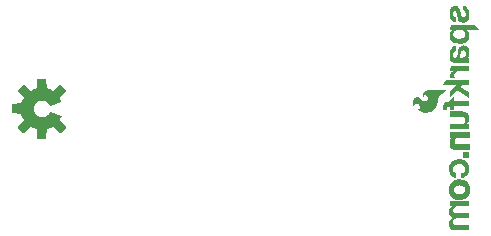
<source format=gbr>
G04 EAGLE Gerber RS-274X export*
G75*
%MOMM*%
%FSLAX34Y34*%
%LPD*%
%INSilkscreen Bottom*%
%IPPOS*%
%AMOC8*
5,1,8,0,0,1.08239X$1,22.5*%
G01*
%ADD10C,0.025400*%
%ADD11R,0.485100X0.495300*%

G36*
X100945Y241155D02*
X100945Y241155D01*
X101052Y241168D01*
X101064Y241174D01*
X101078Y241176D01*
X101174Y241228D01*
X101271Y241275D01*
X101281Y241285D01*
X101293Y241291D01*
X101367Y241371D01*
X101444Y241447D01*
X101450Y241459D01*
X101460Y241470D01*
X101505Y241568D01*
X101553Y241666D01*
X101557Y241683D01*
X101561Y241692D01*
X101563Y241713D01*
X101582Y241810D01*
X102352Y249389D01*
X104596Y250107D01*
X104614Y250116D01*
X104710Y250155D01*
X106805Y251233D01*
X112709Y246419D01*
X112803Y246365D01*
X112895Y246308D01*
X112908Y246305D01*
X112920Y246298D01*
X113027Y246277D01*
X113132Y246252D01*
X113146Y246254D01*
X113160Y246251D01*
X113267Y246266D01*
X113375Y246276D01*
X113388Y246282D01*
X113402Y246284D01*
X113499Y246332D01*
X113598Y246377D01*
X113611Y246388D01*
X113620Y246392D01*
X113635Y246407D01*
X113712Y246470D01*
X118020Y250778D01*
X118083Y250866D01*
X118149Y250952D01*
X118154Y250965D01*
X118162Y250977D01*
X118193Y251080D01*
X118229Y251183D01*
X118229Y251197D01*
X118233Y251210D01*
X118229Y251318D01*
X118230Y251427D01*
X118225Y251440D01*
X118225Y251454D01*
X118187Y251555D01*
X118152Y251658D01*
X118143Y251673D01*
X118139Y251682D01*
X118125Y251699D01*
X118071Y251782D01*
X113257Y257685D01*
X114336Y259779D01*
X114353Y259832D01*
X114379Y259881D01*
X114390Y259947D01*
X114411Y260011D01*
X114410Y260067D01*
X114419Y260121D01*
X114408Y260188D01*
X114407Y260255D01*
X114389Y260307D01*
X114380Y260362D01*
X114348Y260421D01*
X114326Y260485D01*
X114291Y260529D01*
X114265Y260578D01*
X114216Y260623D01*
X114174Y260676D01*
X114127Y260707D01*
X114087Y260745D01*
X113982Y260801D01*
X113969Y260809D01*
X113964Y260810D01*
X113957Y260814D01*
X105295Y264402D01*
X105190Y264427D01*
X105086Y264455D01*
X105071Y264454D01*
X105057Y264458D01*
X104950Y264447D01*
X104842Y264441D01*
X104829Y264435D01*
X104814Y264434D01*
X104716Y264389D01*
X104616Y264349D01*
X104605Y264339D01*
X104592Y264333D01*
X104513Y264260D01*
X104432Y264189D01*
X104421Y264173D01*
X104414Y264166D01*
X104403Y264147D01*
X104349Y264066D01*
X103623Y262723D01*
X102688Y261616D01*
X101546Y260723D01*
X100246Y260081D01*
X98842Y259719D01*
X97394Y259652D01*
X95963Y259881D01*
X94608Y260398D01*
X93388Y261181D01*
X92354Y262196D01*
X91548Y263402D01*
X91006Y264746D01*
X90750Y266173D01*
X90791Y267622D01*
X91127Y269032D01*
X91743Y270344D01*
X92615Y271502D01*
X93705Y272458D01*
X94967Y273171D01*
X96348Y273611D01*
X97792Y273760D01*
X99167Y273625D01*
X100492Y273223D01*
X101712Y272570D01*
X102782Y271692D01*
X103660Y270623D01*
X104347Y269337D01*
X104414Y269250D01*
X104478Y269161D01*
X104488Y269153D01*
X104496Y269143D01*
X104587Y269082D01*
X104676Y269018D01*
X104688Y269015D01*
X104699Y269008D01*
X104805Y268979D01*
X104909Y268947D01*
X104922Y268948D01*
X104934Y268944D01*
X105044Y268952D01*
X105153Y268955D01*
X105169Y268960D01*
X105178Y268960D01*
X105197Y268968D01*
X105295Y268998D01*
X113957Y272586D01*
X114004Y272615D01*
X114056Y272636D01*
X114107Y272679D01*
X114164Y272715D01*
X114199Y272758D01*
X114242Y272794D01*
X114276Y272851D01*
X114319Y272903D01*
X114338Y272955D01*
X114367Y273003D01*
X114381Y273069D01*
X114405Y273132D01*
X114407Y273187D01*
X114418Y273242D01*
X114411Y273308D01*
X114413Y273375D01*
X114397Y273429D01*
X114390Y273484D01*
X114346Y273595D01*
X114342Y273609D01*
X114339Y273613D01*
X114336Y273621D01*
X113257Y275715D01*
X118071Y281619D01*
X118125Y281713D01*
X118182Y281805D01*
X118185Y281818D01*
X118192Y281830D01*
X118213Y281937D01*
X118238Y282042D01*
X118236Y282056D01*
X118239Y282070D01*
X118224Y282177D01*
X118214Y282285D01*
X118208Y282298D01*
X118206Y282312D01*
X118158Y282409D01*
X118113Y282508D01*
X118102Y282521D01*
X118098Y282530D01*
X118083Y282545D01*
X118020Y282622D01*
X113712Y286930D01*
X113624Y286993D01*
X113538Y287059D01*
X113525Y287064D01*
X113513Y287072D01*
X113410Y287103D01*
X113307Y287139D01*
X113293Y287139D01*
X113280Y287143D01*
X113172Y287139D01*
X113063Y287140D01*
X113050Y287135D01*
X113036Y287135D01*
X112935Y287097D01*
X112832Y287062D01*
X112817Y287053D01*
X112808Y287049D01*
X112791Y287035D01*
X112709Y286981D01*
X106805Y282167D01*
X104710Y283245D01*
X104691Y283252D01*
X104596Y283293D01*
X102352Y284011D01*
X101582Y291590D01*
X101554Y291694D01*
X101529Y291800D01*
X101522Y291812D01*
X101519Y291825D01*
X101458Y291915D01*
X101401Y292008D01*
X101390Y292016D01*
X101382Y292028D01*
X101296Y292094D01*
X101212Y292163D01*
X101199Y292167D01*
X101188Y292176D01*
X101085Y292210D01*
X100984Y292249D01*
X100966Y292250D01*
X100957Y292254D01*
X100936Y292253D01*
X100837Y292263D01*
X94743Y292263D01*
X94635Y292246D01*
X94528Y292232D01*
X94516Y292226D01*
X94502Y292224D01*
X94406Y292172D01*
X94309Y292125D01*
X94299Y292115D01*
X94287Y292109D01*
X94213Y292029D01*
X94136Y291953D01*
X94130Y291941D01*
X94120Y291931D01*
X94075Y291832D01*
X94027Y291734D01*
X94023Y291717D01*
X94019Y291708D01*
X94017Y291687D01*
X93998Y291590D01*
X93228Y284011D01*
X90984Y283293D01*
X90966Y283284D01*
X90870Y283245D01*
X88775Y282167D01*
X82872Y286981D01*
X82777Y287035D01*
X82685Y287092D01*
X82672Y287095D01*
X82660Y287102D01*
X82553Y287123D01*
X82448Y287148D01*
X82434Y287146D01*
X82420Y287149D01*
X82313Y287134D01*
X82205Y287124D01*
X82192Y287118D01*
X82179Y287116D01*
X82081Y287068D01*
X81982Y287023D01*
X81969Y287012D01*
X81960Y287008D01*
X81945Y286993D01*
X81868Y286930D01*
X77560Y282622D01*
X77497Y282534D01*
X77431Y282448D01*
X77426Y282435D01*
X77418Y282423D01*
X77387Y282320D01*
X77351Y282217D01*
X77351Y282203D01*
X77347Y282190D01*
X77351Y282082D01*
X77350Y281973D01*
X77355Y281960D01*
X77355Y281946D01*
X77393Y281845D01*
X77428Y281742D01*
X77437Y281727D01*
X77441Y281718D01*
X77455Y281701D01*
X77509Y281619D01*
X82323Y275715D01*
X81245Y273620D01*
X81238Y273601D01*
X81197Y273506D01*
X80479Y271262D01*
X72900Y270492D01*
X72796Y270464D01*
X72690Y270439D01*
X72678Y270432D01*
X72665Y270429D01*
X72575Y270368D01*
X72482Y270311D01*
X72474Y270300D01*
X72462Y270292D01*
X72396Y270206D01*
X72328Y270122D01*
X72323Y270109D01*
X72314Y270098D01*
X72280Y269995D01*
X72241Y269894D01*
X72240Y269876D01*
X72236Y269867D01*
X72237Y269846D01*
X72227Y269747D01*
X72227Y263653D01*
X72245Y263545D01*
X72258Y263438D01*
X72264Y263426D01*
X72266Y263412D01*
X72318Y263316D01*
X72365Y263219D01*
X72375Y263209D01*
X72381Y263197D01*
X72461Y263123D01*
X72537Y263046D01*
X72549Y263040D01*
X72560Y263030D01*
X72658Y262985D01*
X72756Y262937D01*
X72773Y262933D01*
X72782Y262929D01*
X72803Y262927D01*
X72900Y262908D01*
X80479Y262138D01*
X81197Y259894D01*
X81206Y259876D01*
X81245Y259780D01*
X82323Y257685D01*
X77509Y251782D01*
X77455Y251687D01*
X77398Y251595D01*
X77395Y251582D01*
X77388Y251570D01*
X77367Y251463D01*
X77342Y251358D01*
X77344Y251344D01*
X77341Y251330D01*
X77356Y251223D01*
X77366Y251115D01*
X77372Y251102D01*
X77374Y251089D01*
X77422Y250991D01*
X77467Y250892D01*
X77478Y250879D01*
X77482Y250870D01*
X77497Y250855D01*
X77560Y250778D01*
X81868Y246470D01*
X81956Y246407D01*
X82042Y246341D01*
X82055Y246336D01*
X82067Y246328D01*
X82170Y246297D01*
X82273Y246261D01*
X82287Y246261D01*
X82300Y246257D01*
X82408Y246261D01*
X82517Y246260D01*
X82530Y246265D01*
X82544Y246265D01*
X82645Y246303D01*
X82748Y246338D01*
X82763Y246347D01*
X82772Y246351D01*
X82789Y246365D01*
X82872Y246419D01*
X88775Y251233D01*
X90870Y250155D01*
X90889Y250148D01*
X90984Y250107D01*
X93228Y249389D01*
X93998Y241810D01*
X94026Y241706D01*
X94051Y241600D01*
X94058Y241588D01*
X94061Y241575D01*
X94122Y241485D01*
X94179Y241392D01*
X94190Y241384D01*
X94198Y241372D01*
X94284Y241306D01*
X94368Y241238D01*
X94381Y241233D01*
X94392Y241224D01*
X94495Y241190D01*
X94596Y241151D01*
X94614Y241150D01*
X94623Y241146D01*
X94644Y241147D01*
X94743Y241137D01*
X100837Y241137D01*
X100945Y241155D01*
G37*
G36*
X423296Y263445D02*
X423296Y263445D01*
X423308Y263442D01*
X425215Y263730D01*
X425225Y263736D01*
X425237Y263736D01*
X427061Y264364D01*
X427070Y264371D01*
X427082Y264373D01*
X428763Y265320D01*
X428769Y265328D01*
X428780Y265331D01*
X429887Y266216D01*
X429891Y266224D01*
X429900Y266228D01*
X429927Y266256D01*
X430403Y266761D01*
X430872Y267259D01*
X430874Y267265D01*
X430876Y267266D01*
X430878Y267269D01*
X430883Y267273D01*
X431700Y268430D01*
X431702Y268440D01*
X431710Y268448D01*
X432310Y269678D01*
X432311Y269689D01*
X432319Y269699D01*
X432687Y271018D01*
X432685Y271029D01*
X432691Y271040D01*
X432815Y272404D01*
X432814Y272407D01*
X432814Y272408D01*
X432813Y272410D01*
X432815Y272415D01*
X432815Y274690D01*
X432880Y275058D01*
X433007Y275409D01*
X433596Y276399D01*
X434378Y277253D01*
X439860Y282125D01*
X439862Y282129D01*
X439867Y282131D01*
X439883Y282173D01*
X439902Y282214D01*
X439900Y282218D01*
X439902Y282223D01*
X439883Y282264D01*
X439868Y282306D01*
X439863Y282308D01*
X439861Y282312D01*
X439788Y282341D01*
X439777Y282345D01*
X439776Y282345D01*
X424612Y282345D01*
X424607Y282343D01*
X424601Y282345D01*
X423770Y282275D01*
X423759Y282269D01*
X423744Y282270D01*
X422945Y282030D01*
X422935Y282022D01*
X422921Y282020D01*
X422189Y281619D01*
X422181Y281609D01*
X422168Y281604D01*
X421618Y281134D01*
X421613Y281123D01*
X421601Y281116D01*
X421156Y280546D01*
X421153Y280534D01*
X421143Y280524D01*
X420822Y279876D01*
X420821Y279864D01*
X420813Y279852D01*
X420629Y279153D01*
X420631Y279142D01*
X420625Y279131D01*
X420552Y278191D01*
X420555Y278182D01*
X420552Y278171D01*
X420625Y277231D01*
X420627Y277227D01*
X420626Y277221D01*
X420702Y276738D01*
X420727Y276699D01*
X420748Y276659D01*
X420752Y276658D01*
X420754Y276655D01*
X420799Y276645D01*
X420843Y276633D01*
X420847Y276635D01*
X420851Y276634D01*
X420889Y276659D01*
X420928Y276683D01*
X420929Y276687D01*
X420933Y276689D01*
X420941Y276730D01*
X420953Y276770D01*
X420937Y276928D01*
X420965Y277066D01*
X421036Y277199D01*
X421635Y278023D01*
X421733Y278124D01*
X421749Y278141D01*
X421887Y278213D01*
X422302Y278306D01*
X422730Y278306D01*
X423146Y278213D01*
X423550Y278007D01*
X423878Y277694D01*
X424243Y277088D01*
X424450Y276410D01*
X424485Y275699D01*
X424388Y275089D01*
X424190Y274503D01*
X423897Y273960D01*
X423532Y273535D01*
X423072Y273220D01*
X422547Y273034D01*
X421991Y272991D01*
X421443Y273093D01*
X420940Y273333D01*
X420505Y273703D01*
X418964Y275156D01*
X418954Y275159D01*
X418948Y275168D01*
X417190Y276355D01*
X417177Y276357D01*
X417167Y276367D01*
X416479Y276647D01*
X416464Y276646D01*
X416449Y276655D01*
X415714Y276754D01*
X415699Y276750D01*
X415682Y276755D01*
X414945Y276668D01*
X414932Y276660D01*
X414914Y276660D01*
X414222Y276393D01*
X414211Y276382D01*
X414194Y276378D01*
X413591Y275947D01*
X413584Y275937D01*
X413572Y275931D01*
X413424Y275775D01*
X413424Y275774D01*
X413185Y275522D01*
X412947Y275270D01*
X412946Y275270D01*
X412914Y275235D01*
X412911Y275227D01*
X412903Y275222D01*
X412343Y274445D01*
X412340Y274435D01*
X412332Y274427D01*
X411944Y273647D01*
X411943Y273635D01*
X411935Y273624D01*
X411704Y272784D01*
X411705Y272772D01*
X411699Y272760D01*
X411633Y271892D01*
X411637Y271882D01*
X411633Y271870D01*
X411719Y270970D01*
X411723Y270961D01*
X411722Y270951D01*
X411942Y270073D01*
X411948Y270065D01*
X411949Y270053D01*
X412050Y269825D01*
X412202Y269469D01*
X412202Y269468D01*
X412423Y268964D01*
X412434Y268954D01*
X412439Y268937D01*
X412777Y268502D01*
X412784Y268499D01*
X412788Y268491D01*
X412813Y268466D01*
X412814Y268463D01*
X412906Y268428D01*
X412995Y268469D01*
X413028Y268554D01*
X413028Y269157D01*
X413086Y269668D01*
X413224Y270158D01*
X413479Y270639D01*
X413849Y271034D01*
X414309Y271320D01*
X414828Y271477D01*
X415131Y271489D01*
X415431Y271430D01*
X415925Y271224D01*
X416383Y270941D01*
X416793Y270590D01*
X417147Y270178D01*
X417798Y269276D01*
X418047Y268788D01*
X418145Y268259D01*
X418087Y267720D01*
X418022Y267546D01*
X417773Y267185D01*
X417434Y266911D01*
X417332Y266867D01*
X417211Y266851D01*
X416331Y266851D01*
X416290Y266834D01*
X416248Y266820D01*
X416246Y266815D01*
X416240Y266813D01*
X416224Y266772D01*
X416205Y266732D01*
X416207Y266726D01*
X416205Y266721D01*
X416217Y266694D01*
X416233Y266645D01*
X417154Y265519D01*
X417166Y265513D01*
X417173Y265501D01*
X418310Y264594D01*
X418321Y264591D01*
X418329Y264582D01*
X419263Y264080D01*
X419273Y264079D01*
X419281Y264073D01*
X420279Y263715D01*
X420288Y263715D01*
X420297Y263710D01*
X421336Y263503D01*
X421347Y263505D01*
X421357Y263501D01*
X423285Y263441D01*
X423296Y263445D01*
G37*
G36*
X453346Y321971D02*
X453346Y321971D01*
X453356Y321976D01*
X453368Y321974D01*
X454744Y322297D01*
X454753Y322304D01*
X454765Y322304D01*
X456065Y322860D01*
X456073Y322868D01*
X456084Y322870D01*
X457269Y323642D01*
X457275Y323651D01*
X457286Y323656D01*
X457993Y324313D01*
X457997Y324323D01*
X458007Y324329D01*
X458592Y325097D01*
X458594Y325108D01*
X458603Y325115D01*
X459049Y325971D01*
X459050Y325982D01*
X459058Y325991D01*
X459352Y326910D01*
X459351Y326920D01*
X459357Y326930D01*
X459546Y328142D01*
X459544Y328151D01*
X459547Y328160D01*
X459564Y329387D01*
X459561Y329395D01*
X459563Y329405D01*
X459408Y330622D01*
X459403Y330632D01*
X459403Y330644D01*
X459139Y331488D01*
X459131Y331498D01*
X459128Y331513D01*
X458691Y332282D01*
X458681Y332290D01*
X458676Y332304D01*
X458086Y332964D01*
X458074Y332970D01*
X458066Y332982D01*
X457350Y333502D01*
X457348Y333503D01*
X468452Y333503D01*
X468496Y333521D01*
X468540Y333538D01*
X468540Y333540D01*
X468543Y333541D01*
X468560Y333585D01*
X468578Y333629D01*
X468577Y333631D01*
X468578Y333633D01*
X468569Y333654D01*
X468546Y333714D01*
X464812Y337854D01*
X464806Y337856D01*
X464803Y337862D01*
X464743Y337886D01*
X464723Y337895D01*
X464720Y337894D01*
X464718Y337895D01*
X444144Y337895D01*
X444107Y337880D01*
X444068Y337870D01*
X444062Y337861D01*
X444053Y337857D01*
X444042Y337829D01*
X444020Y337793D01*
X443284Y333907D01*
X443287Y333892D01*
X443282Y333877D01*
X443297Y333845D01*
X443305Y333810D01*
X443318Y333802D01*
X443324Y333789D01*
X443363Y333774D01*
X443388Y333758D01*
X443399Y333761D01*
X443410Y333757D01*
X445327Y333781D01*
X445178Y333647D01*
X445177Y333646D01*
X445176Y333646D01*
X444211Y332757D01*
X444209Y332751D01*
X444202Y332747D01*
X443901Y332404D01*
X443897Y332393D01*
X443887Y332385D01*
X443654Y331991D01*
X443653Y331982D01*
X443646Y331974D01*
X443113Y330653D01*
X443113Y330642D01*
X443107Y330632D01*
X443005Y330150D01*
X443007Y330138D01*
X443002Y330126D01*
X442977Y328145D01*
X442981Y328134D01*
X442979Y328122D01*
X443162Y327037D01*
X443169Y327027D01*
X443169Y327013D01*
X443569Y325988D01*
X443577Y325981D01*
X443579Y325969D01*
X444120Y325067D01*
X444126Y325062D01*
X444129Y325053D01*
X444782Y324229D01*
X444792Y324223D01*
X444797Y324213D01*
X445687Y323421D01*
X445700Y323417D01*
X445709Y323405D01*
X446750Y322826D01*
X446762Y322824D01*
X446773Y322816D01*
X448886Y322142D01*
X448897Y322143D01*
X448908Y322137D01*
X451108Y321854D01*
X451119Y321857D01*
X451131Y321853D01*
X453346Y321971D01*
G37*
G36*
X459107Y163832D02*
X459107Y163832D01*
X459109Y163831D01*
X459152Y163851D01*
X459196Y163869D01*
X459196Y163871D01*
X459198Y163872D01*
X459231Y163957D01*
X459231Y168199D01*
X459230Y168201D01*
X459231Y168203D01*
X459211Y168246D01*
X459193Y168290D01*
X459191Y168290D01*
X459190Y168292D01*
X459105Y168325D01*
X448826Y168325D01*
X447946Y168432D01*
X447124Y168744D01*
X446741Y169005D01*
X446427Y169348D01*
X446201Y169754D01*
X446073Y170202D01*
X446005Y171106D01*
X446097Y172009D01*
X446223Y172419D01*
X446433Y172791D01*
X446719Y173109D01*
X447247Y173494D01*
X447842Y173767D01*
X448481Y173916D01*
X449584Y173991D01*
X459105Y173991D01*
X459107Y173992D01*
X459109Y173991D01*
X459152Y174011D01*
X459196Y174029D01*
X459196Y174031D01*
X459198Y174032D01*
X459231Y174117D01*
X459231Y178435D01*
X459230Y178437D01*
X459231Y178439D01*
X459211Y178482D01*
X459193Y178526D01*
X459191Y178526D01*
X459190Y178528D01*
X459105Y178561D01*
X448546Y178561D01*
X447883Y178641D01*
X447264Y178872D01*
X446717Y179242D01*
X446399Y179589D01*
X446166Y179998D01*
X446030Y180448D01*
X445999Y180925D01*
X446048Y181773D01*
X446130Y182213D01*
X446308Y182617D01*
X446574Y182972D01*
X447518Y183791D01*
X448056Y184075D01*
X448647Y184206D01*
X449269Y184176D01*
X449272Y184177D01*
X449275Y184176D01*
X459080Y184176D01*
X459082Y184177D01*
X459084Y184176D01*
X459127Y184196D01*
X459171Y184214D01*
X459171Y184216D01*
X459173Y184217D01*
X459206Y184302D01*
X459206Y188620D01*
X459205Y188622D01*
X459206Y188624D01*
X459186Y188667D01*
X459168Y188711D01*
X459166Y188711D01*
X459165Y188713D01*
X459080Y188746D01*
X443027Y188746D01*
X443025Y188745D01*
X443023Y188746D01*
X442980Y188726D01*
X442936Y188708D01*
X442936Y188706D01*
X442934Y188705D01*
X442901Y188620D01*
X442901Y184633D01*
X442902Y184631D01*
X442901Y184629D01*
X442921Y184586D01*
X442939Y184542D01*
X442941Y184542D01*
X442942Y184540D01*
X443027Y184507D01*
X445080Y184507D01*
X445073Y184476D01*
X444677Y184174D01*
X444674Y184168D01*
X444666Y184165D01*
X443879Y183403D01*
X443876Y183395D01*
X443869Y183391D01*
X443257Y182629D01*
X443253Y182615D01*
X443240Y182603D01*
X442836Y181713D01*
X442836Y181701D01*
X442828Y181690D01*
X442574Y180598D01*
X442576Y180589D01*
X442571Y180581D01*
X442444Y179209D01*
X442447Y179199D01*
X442444Y179188D01*
X442514Y178231D01*
X442519Y178221D01*
X442518Y178219D01*
X442519Y178217D01*
X442518Y178206D01*
X442779Y177283D01*
X442786Y177273D01*
X442788Y177260D01*
X443191Y176470D01*
X443200Y176462D01*
X443204Y176449D01*
X443750Y175751D01*
X443761Y175745D01*
X443767Y175733D01*
X444436Y175151D01*
X444448Y175148D01*
X444456Y175137D01*
X445114Y174757D01*
X445072Y174715D01*
X444591Y174260D01*
X444590Y174257D01*
X444587Y174256D01*
X443828Y173468D01*
X443825Y173459D01*
X443816Y173454D01*
X443178Y172565D01*
X443176Y172554D01*
X443168Y172546D01*
X442774Y171741D01*
X442774Y171729D01*
X442766Y171718D01*
X442534Y170853D01*
X442536Y170841D01*
X442530Y170829D01*
X442469Y169935D01*
X442472Y169926D01*
X442469Y169915D01*
X442576Y168636D01*
X442580Y168629D01*
X442578Y168622D01*
X442827Y167362D01*
X442833Y167353D01*
X442833Y167341D01*
X443159Y166475D01*
X443169Y166465D01*
X443172Y166450D01*
X443679Y165676D01*
X443691Y165669D01*
X443697Y165655D01*
X444361Y165009D01*
X444372Y165005D01*
X444375Y165000D01*
X444378Y164999D01*
X444382Y164993D01*
X445321Y164405D01*
X445334Y164403D01*
X445344Y164393D01*
X446383Y164007D01*
X446396Y164008D01*
X446408Y164001D01*
X447504Y163832D01*
X447513Y163835D01*
X447523Y163831D01*
X459105Y163831D01*
X459107Y163832D01*
G37*
G36*
X459108Y305193D02*
X459108Y305193D01*
X459134Y305194D01*
X459151Y305213D01*
X459173Y305223D01*
X459184Y305250D01*
X459200Y305268D01*
X459198Y305287D01*
X459206Y305308D01*
X459206Y309342D01*
X459209Y309378D01*
X459200Y309406D01*
X459196Y309446D01*
X459177Y309483D01*
X459155Y309502D01*
X459131Y309534D01*
X459095Y309556D01*
X459078Y309558D01*
X459062Y309570D01*
X458782Y309646D01*
X458779Y309645D01*
X458776Y309647D01*
X457747Y309874D01*
X457724Y309884D01*
X457718Y309890D01*
X457716Y309898D01*
X457717Y309907D01*
X457733Y309931D01*
X458436Y310758D01*
X458440Y310769D01*
X458450Y310778D01*
X458990Y311729D01*
X458991Y311740D01*
X459000Y311750D01*
X459352Y312785D01*
X459351Y312797D01*
X459357Y312807D01*
X459598Y314425D01*
X459595Y314435D01*
X459599Y314446D01*
X459561Y316081D01*
X459556Y316092D01*
X459558Y316106D01*
X459250Y317478D01*
X459242Y317489D01*
X459241Y317504D01*
X458635Y318773D01*
X458625Y318782D01*
X458621Y318796D01*
X458279Y319244D01*
X458269Y319250D01*
X458263Y319262D01*
X457843Y319639D01*
X457832Y319643D01*
X457824Y319653D01*
X457341Y319945D01*
X457330Y319947D01*
X457320Y319955D01*
X456327Y320328D01*
X456316Y320328D01*
X456305Y320334D01*
X455261Y320523D01*
X455250Y320520D01*
X455238Y320525D01*
X454177Y320522D01*
X454165Y320517D01*
X454150Y320519D01*
X453209Y320313D01*
X453197Y320304D01*
X453180Y320303D01*
X452318Y319874D01*
X452309Y319864D01*
X452294Y319859D01*
X451685Y319361D01*
X451679Y319350D01*
X451667Y319343D01*
X451169Y318733D01*
X451166Y318721D01*
X451155Y318712D01*
X450789Y318016D01*
X450788Y318005D01*
X450781Y317996D01*
X450297Y316511D01*
X450298Y316503D01*
X450293Y316494D01*
X450015Y314957D01*
X450016Y314953D01*
X450013Y314948D01*
X449785Y312742D01*
X449559Y311436D01*
X449394Y310967D01*
X449148Y310539D01*
X448887Y310255D01*
X448800Y310195D01*
X448703Y310153D01*
X448182Y310042D01*
X447651Y310042D01*
X447130Y310153D01*
X446816Y310292D01*
X446537Y310491D01*
X446303Y310744D01*
X446110Y311058D01*
X445982Y311404D01*
X445921Y311773D01*
X445871Y313128D01*
X445925Y313715D01*
X446090Y314276D01*
X446345Y314740D01*
X446701Y315130D01*
X447139Y315425D01*
X447634Y315609D01*
X448166Y315672D01*
X448208Y315672D01*
X448210Y315673D01*
X448212Y315672D01*
X448255Y315692D01*
X448299Y315710D01*
X448299Y315712D01*
X448301Y315713D01*
X448334Y315798D01*
X448334Y319939D01*
X448336Y319940D01*
X448346Y319982D01*
X448360Y320024D01*
X448357Y320030D01*
X448358Y320036D01*
X448342Y320061D01*
X448322Y320106D01*
X448296Y320131D01*
X448253Y320147D01*
X448204Y320166D01*
X448161Y320146D01*
X448118Y320127D01*
X447227Y320005D01*
X447216Y319999D01*
X447201Y319999D01*
X446260Y319665D01*
X446250Y319656D01*
X446236Y319653D01*
X445383Y319134D01*
X445375Y319123D01*
X445362Y319118D01*
X444632Y318435D01*
X444627Y318423D01*
X444615Y318415D01*
X444041Y317598D01*
X444038Y317586D01*
X444029Y317577D01*
X443500Y316419D01*
X443500Y316409D01*
X443493Y316400D01*
X443159Y315171D01*
X443160Y315162D01*
X443156Y315153D01*
X442942Y313413D01*
X442945Y313405D01*
X442942Y313397D01*
X442950Y311643D01*
X442953Y311636D01*
X442951Y311627D01*
X443181Y309888D01*
X443186Y309880D01*
X443185Y309869D01*
X443610Y308455D01*
X443618Y308446D01*
X443619Y308432D01*
X444313Y307129D01*
X444323Y307120D01*
X444328Y307106D01*
X444811Y306544D01*
X444825Y306537D01*
X444834Y306523D01*
X445439Y306096D01*
X445454Y306093D01*
X445466Y306081D01*
X446157Y305814D01*
X446172Y305815D01*
X446187Y305807D01*
X446923Y305716D01*
X446930Y305718D01*
X446938Y305715D01*
X451764Y305715D01*
X451766Y305716D01*
X451768Y305715D01*
X451783Y305722D01*
X451867Y305690D01*
X456205Y305715D01*
X457542Y305613D01*
X458837Y305264D01*
X459036Y305190D01*
X459061Y305191D01*
X459084Y305182D01*
X459108Y305193D01*
G37*
G36*
X459145Y275748D02*
X459145Y275748D01*
X459157Y275746D01*
X459188Y275768D01*
X459224Y275785D01*
X459228Y275796D01*
X459237Y275802D01*
X459242Y275832D01*
X459256Y275870D01*
X459231Y280950D01*
X459224Y280967D01*
X459226Y280985D01*
X459204Y281014D01*
X459192Y281040D01*
X459180Y281045D01*
X459170Y281057D01*
X452192Y285290D01*
X452398Y285502D01*
X452520Y285629D01*
X452643Y285755D01*
X453011Y286134D01*
X453134Y286260D01*
X453257Y286386D01*
X453625Y286765D01*
X453747Y286891D01*
X453799Y286945D01*
X459207Y286945D01*
X459209Y286946D01*
X459211Y286945D01*
X459254Y286965D01*
X459298Y286983D01*
X459298Y286985D01*
X459300Y286986D01*
X459333Y287071D01*
X459333Y291211D01*
X459332Y291214D01*
X459333Y291217D01*
X459296Y291300D01*
X459245Y291351D01*
X459242Y291353D01*
X459241Y291355D01*
X459156Y291388D01*
X439826Y291388D01*
X439807Y291380D01*
X439787Y291382D01*
X439760Y291361D01*
X439735Y291350D01*
X439730Y291336D01*
X439716Y291325D01*
X437354Y287185D01*
X437350Y287150D01*
X437338Y287118D01*
X437345Y287103D01*
X437343Y287087D01*
X437365Y287060D01*
X437379Y287029D01*
X437395Y287022D01*
X437405Y287010D01*
X437432Y287008D01*
X437464Y286996D01*
X448894Y286996D01*
X443420Y281521D01*
X443419Y281518D01*
X443416Y281517D01*
X443383Y281432D01*
X443383Y276758D01*
X443383Y276756D01*
X443383Y276755D01*
X443403Y276711D01*
X443421Y276667D01*
X443423Y276667D01*
X443424Y276665D01*
X443468Y276649D01*
X443513Y276632D01*
X443515Y276633D01*
X443516Y276632D01*
X443599Y276670D01*
X449165Y282361D01*
X459060Y275764D01*
X459098Y275757D01*
X459135Y275743D01*
X459145Y275748D01*
G37*
G36*
X459107Y249532D02*
X459107Y249532D01*
X459109Y249531D01*
X459152Y249551D01*
X459196Y249569D01*
X459196Y249571D01*
X459198Y249572D01*
X459231Y249657D01*
X459231Y253670D01*
X459230Y253672D01*
X459231Y253674D01*
X459211Y253717D01*
X459193Y253761D01*
X459191Y253761D01*
X459190Y253763D01*
X459105Y253796D01*
X457048Y253796D01*
X457689Y254303D01*
X457693Y254311D01*
X457702Y254315D01*
X457751Y254367D01*
X457871Y254493D01*
X457991Y254619D01*
X458110Y254745D01*
X458230Y254872D01*
X458350Y254998D01*
X458470Y255124D01*
X458487Y255142D01*
X458490Y255151D01*
X458498Y255156D01*
X459157Y256086D01*
X459159Y256095D01*
X459167Y256103D01*
X459290Y256348D01*
X459290Y256359D01*
X459297Y256368D01*
X459378Y256630D01*
X459377Y256639D01*
X459382Y256648D01*
X459606Y258126D01*
X459603Y258134D01*
X459607Y258142D01*
X459637Y259636D01*
X459633Y259646D01*
X459636Y259657D01*
X459489Y260690D01*
X459483Y260701D01*
X459483Y260714D01*
X459140Y261700D01*
X459132Y261709D01*
X459130Y261722D01*
X458604Y262624D01*
X458594Y262631D01*
X458589Y262644D01*
X458361Y262898D01*
X458350Y262904D01*
X458342Y262915D01*
X457457Y263576D01*
X457446Y263578D01*
X457437Y263588D01*
X456447Y264076D01*
X456435Y264076D01*
X456425Y264084D01*
X455362Y264384D01*
X455351Y264382D01*
X455339Y264388D01*
X454240Y264489D01*
X454234Y264487D01*
X454228Y264489D01*
X443433Y264489D01*
X443431Y264488D01*
X443429Y264489D01*
X443386Y264469D01*
X443342Y264451D01*
X443342Y264449D01*
X443340Y264448D01*
X443307Y264363D01*
X443307Y260223D01*
X443308Y260221D01*
X443307Y260219D01*
X443327Y260176D01*
X443345Y260132D01*
X443347Y260132D01*
X443348Y260130D01*
X443433Y260097D01*
X453430Y260097D01*
X454260Y259948D01*
X455028Y259605D01*
X455390Y259333D01*
X455691Y258992D01*
X455916Y258597D01*
X456139Y257908D01*
X456219Y257189D01*
X456152Y256468D01*
X455940Y255777D01*
X455652Y255267D01*
X455255Y254836D01*
X454770Y254509D01*
X454220Y254300D01*
X453016Y254075D01*
X451786Y253999D01*
X443484Y253999D01*
X443482Y253998D01*
X443480Y253999D01*
X443437Y253979D01*
X443393Y253961D01*
X443393Y253959D01*
X443391Y253958D01*
X443358Y253873D01*
X443358Y249657D01*
X443359Y249655D01*
X443358Y249653D01*
X443378Y249610D01*
X443396Y249566D01*
X443398Y249566D01*
X443399Y249564D01*
X443484Y249531D01*
X459105Y249531D01*
X459107Y249532D01*
G37*
G36*
X459082Y232387D02*
X459082Y232387D01*
X459084Y232386D01*
X459127Y232406D01*
X459171Y232424D01*
X459171Y232426D01*
X459173Y232427D01*
X459206Y232512D01*
X459206Y236601D01*
X459205Y236603D01*
X459206Y236605D01*
X459186Y236648D01*
X459168Y236692D01*
X459166Y236692D01*
X459165Y236694D01*
X459080Y236727D01*
X449434Y236727D01*
X448716Y236792D01*
X448028Y236983D01*
X447386Y237293D01*
X446999Y237589D01*
X446690Y237963D01*
X446473Y238398D01*
X446396Y238698D01*
X446379Y239014D01*
X446429Y240119D01*
X446516Y240675D01*
X446720Y241191D01*
X447034Y241648D01*
X447603Y242165D01*
X448282Y242528D01*
X449032Y242745D01*
X449815Y242825D01*
X459181Y242825D01*
X459183Y242826D01*
X459185Y242825D01*
X459228Y242845D01*
X459272Y242863D01*
X459272Y242865D01*
X459274Y242866D01*
X459307Y242951D01*
X459307Y247167D01*
X459306Y247169D01*
X459307Y247171D01*
X459287Y247214D01*
X459269Y247258D01*
X459267Y247258D01*
X459266Y247260D01*
X459181Y247293D01*
X443459Y247293D01*
X443457Y247292D01*
X443455Y247293D01*
X443412Y247273D01*
X443368Y247255D01*
X443368Y247253D01*
X443366Y247252D01*
X443333Y247167D01*
X443333Y243129D01*
X443334Y243127D01*
X443333Y243125D01*
X443353Y243082D01*
X443371Y243038D01*
X443373Y243038D01*
X443374Y243036D01*
X443459Y243003D01*
X445527Y243003D01*
X445498Y242961D01*
X445362Y242847D01*
X444984Y242570D01*
X444982Y242566D01*
X444977Y242564D01*
X444504Y242162D01*
X444500Y242155D01*
X444492Y242151D01*
X444076Y241690D01*
X444073Y241680D01*
X444063Y241672D01*
X443496Y240774D01*
X443493Y240761D01*
X443484Y240750D01*
X443115Y239754D01*
X443115Y239741D01*
X443108Y239728D01*
X442953Y238676D01*
X442956Y238666D01*
X442952Y238655D01*
X442960Y238316D01*
X442960Y238315D01*
X442982Y237432D01*
X442992Y237053D01*
X443002Y236649D01*
X443006Y236639D01*
X443004Y236626D01*
X443210Y235649D01*
X443218Y235637D01*
X443219Y235621D01*
X443641Y234716D01*
X443652Y234707D01*
X443656Y234692D01*
X444274Y233907D01*
X444285Y233901D01*
X444291Y233889D01*
X444866Y233400D01*
X444877Y233397D01*
X444884Y233387D01*
X445533Y233003D01*
X445544Y233001D01*
X445553Y232993D01*
X446258Y232724D01*
X446267Y232724D01*
X446276Y232719D01*
X447383Y232479D01*
X447392Y232481D01*
X447400Y232477D01*
X448529Y232386D01*
X448534Y232388D01*
X448539Y232386D01*
X459080Y232386D01*
X459082Y232387D01*
G37*
G36*
X452694Y190578D02*
X452694Y190578D01*
X452702Y190582D01*
X452713Y190581D01*
X455177Y191267D01*
X455191Y191278D01*
X455210Y191282D01*
X456505Y192095D01*
X456514Y192107D01*
X456529Y192115D01*
X457672Y193309D01*
X457676Y193318D01*
X457684Y193323D01*
X458471Y194440D01*
X458475Y194457D01*
X458487Y194472D01*
X459122Y196326D01*
X459121Y196340D01*
X459129Y196354D01*
X459383Y198869D01*
X459378Y198883D01*
X459382Y198899D01*
X458976Y201896D01*
X458964Y201917D01*
X458958Y201946D01*
X457180Y204791D01*
X457168Y204800D01*
X457163Y204809D01*
X457154Y204812D01*
X457141Y204830D01*
X454652Y206430D01*
X454629Y206434D01*
X454604Y206449D01*
X450718Y207059D01*
X450696Y207053D01*
X450670Y207057D01*
X447114Y206244D01*
X447093Y206229D01*
X447064Y206220D01*
X444346Y204086D01*
X444334Y204064D01*
X444311Y204043D01*
X442634Y200665D01*
X442633Y200645D01*
X442622Y200624D01*
X442445Y199151D01*
X442447Y199144D01*
X442444Y199136D01*
X442444Y199085D01*
X442452Y199065D01*
X442453Y199039D01*
X442503Y198912D01*
X442523Y198891D01*
X442535Y198865D01*
X442557Y198856D01*
X442572Y198841D01*
X442595Y198842D01*
X442620Y198832D01*
X445541Y198832D01*
X445581Y198849D01*
X445622Y198861D01*
X445626Y198868D01*
X445632Y198870D01*
X445643Y198898D01*
X445666Y198941D01*
X445816Y200036D01*
X446451Y201184D01*
X447535Y201972D01*
X448424Y202368D01*
X449898Y202642D01*
X451757Y202693D01*
X453006Y202518D01*
X454154Y202143D01*
X455181Y201605D01*
X456189Y199957D01*
X456411Y198209D01*
X455819Y196458D01*
X454838Y195379D01*
X453628Y194836D01*
X452080Y194461D01*
X450655Y194461D01*
X448726Y194712D01*
X447114Y195456D01*
X446305Y196290D01*
X445792Y197243D01*
X445693Y198430D01*
X445693Y198526D01*
X445692Y198529D01*
X445693Y198532D01*
X445673Y198574D01*
X445655Y198617D01*
X445652Y198618D01*
X445650Y198621D01*
X445565Y198652D01*
X445563Y198652D01*
X442593Y198602D01*
X442584Y198598D01*
X442575Y198601D01*
X442540Y198579D01*
X442503Y198562D01*
X442500Y198554D01*
X442492Y198549D01*
X442479Y198497D01*
X442469Y198470D01*
X442471Y198465D01*
X442470Y198460D01*
X442724Y196453D01*
X442730Y196442D01*
X442730Y196428D01*
X443289Y194802D01*
X443300Y194790D01*
X443304Y194771D01*
X444675Y192790D01*
X444688Y192782D01*
X444697Y192766D01*
X445967Y191674D01*
X445983Y191669D01*
X445998Y191655D01*
X448335Y190614D01*
X448352Y190613D01*
X448370Y190604D01*
X450555Y190324D01*
X450570Y190328D01*
X450586Y190324D01*
X452694Y190578D01*
G37*
G36*
X455304Y339802D02*
X455304Y339802D01*
X455312Y339806D01*
X455322Y339805D01*
X455986Y339948D01*
X455996Y339954D01*
X456009Y339955D01*
X456634Y340221D01*
X456643Y340229D01*
X456655Y340232D01*
X457219Y340611D01*
X457226Y340621D01*
X457237Y340626D01*
X457980Y341352D01*
X457984Y341362D01*
X457995Y341368D01*
X458601Y342212D01*
X458603Y342222D01*
X458612Y342231D01*
X459063Y343166D01*
X459064Y343177D01*
X459071Y343187D01*
X459354Y344187D01*
X459352Y344195D01*
X459357Y344204D01*
X459539Y345518D01*
X459538Y345525D01*
X459540Y345531D01*
X459587Y346858D01*
X459585Y346864D01*
X459587Y346871D01*
X459409Y349437D01*
X459404Y349446D01*
X459406Y349456D01*
X459194Y350377D01*
X459186Y350388D01*
X459185Y350402D01*
X458788Y351259D01*
X458781Y351265D01*
X458779Y351274D01*
X458017Y352468D01*
X458011Y352473D01*
X458008Y352481D01*
X457577Y352996D01*
X457566Y353001D01*
X457560Y353013D01*
X457036Y353433D01*
X457025Y353437D01*
X457016Y353447D01*
X456420Y353756D01*
X456411Y353757D01*
X456403Y353764D01*
X455133Y354196D01*
X455123Y354195D01*
X455114Y354200D01*
X454530Y354302D01*
X454523Y354301D01*
X454517Y354304D01*
X454161Y354329D01*
X454154Y354327D01*
X454148Y354329D01*
X454122Y354317D01*
X454092Y354314D01*
X454091Y354313D01*
X454090Y354313D01*
X454081Y354302D01*
X454068Y354297D01*
X454065Y354291D01*
X454059Y354288D01*
X454047Y354258D01*
X454031Y354238D01*
X454031Y354236D01*
X454030Y354235D01*
X454031Y354220D01*
X454026Y354208D01*
X454027Y354206D01*
X454026Y354203D01*
X454026Y350342D01*
X454027Y350340D01*
X454026Y350338D01*
X454046Y350295D01*
X454064Y350251D01*
X454066Y350251D01*
X454067Y350249D01*
X454152Y350216D01*
X454199Y350216D01*
X454696Y350187D01*
X455158Y350041D01*
X455572Y349785D01*
X456015Y349343D01*
X456352Y348816D01*
X456569Y348229D01*
X456642Y347667D01*
X456642Y346337D01*
X456568Y345734D01*
X456371Y345167D01*
X456059Y344654D01*
X455969Y344563D01*
X455844Y344437D01*
X455775Y344367D01*
X455430Y344158D01*
X455045Y344041D01*
X454641Y344024D01*
X454246Y344109D01*
X453884Y344290D01*
X453580Y344555D01*
X453349Y344891D01*
X452879Y345998D01*
X452573Y347171D01*
X451710Y350803D01*
X451705Y350810D01*
X451705Y350819D01*
X451399Y351627D01*
X451393Y351634D01*
X451391Y351644D01*
X450964Y352395D01*
X450957Y352401D01*
X450953Y352411D01*
X450416Y353088D01*
X450406Y353093D01*
X450400Y353104D01*
X450015Y353441D01*
X450002Y353445D01*
X449993Y353456D01*
X449546Y353705D01*
X449533Y353706D01*
X449522Y353715D01*
X449033Y353867D01*
X449021Y353865D01*
X449008Y353872D01*
X447872Y353977D01*
X447859Y353974D01*
X447846Y353977D01*
X446712Y353848D01*
X446701Y353842D01*
X446687Y353843D01*
X445603Y353485D01*
X445594Y353477D01*
X445580Y353475D01*
X445058Y353176D01*
X445051Y353166D01*
X445038Y353161D01*
X444583Y352767D01*
X444578Y352756D01*
X444567Y352749D01*
X444197Y352273D01*
X444194Y352262D01*
X444185Y352253D01*
X443531Y350972D01*
X443530Y350961D01*
X443523Y350951D01*
X443112Y349573D01*
X443113Y349562D01*
X443107Y349550D01*
X442952Y348121D01*
X442954Y348114D01*
X442952Y348107D01*
X442952Y346304D01*
X442954Y346298D01*
X442952Y346291D01*
X443092Y344898D01*
X443097Y344889D01*
X443096Y344878D01*
X443464Y343527D01*
X443472Y343518D01*
X443473Y343504D01*
X444011Y342407D01*
X444021Y342398D01*
X444025Y342384D01*
X444782Y341425D01*
X444792Y341419D01*
X444798Y341408D01*
X445193Y341060D01*
X445202Y341057D01*
X445208Y341048D01*
X445650Y340762D01*
X445660Y340760D01*
X445667Y340753D01*
X446455Y340397D01*
X446460Y340397D01*
X446464Y340393D01*
X447022Y340190D01*
X447056Y340192D01*
X447090Y340185D01*
X447104Y340194D01*
X447116Y340185D01*
X447122Y340187D01*
X447129Y340183D01*
X447840Y340107D01*
X447848Y340110D01*
X447857Y340107D01*
X447894Y340124D01*
X447934Y340136D01*
X447938Y340144D01*
X447946Y340148D01*
X447966Y340198D01*
X447979Y340224D01*
X447977Y340228D01*
X447979Y340233D01*
X447979Y344119D01*
X447961Y344163D01*
X447943Y344207D01*
X447942Y344208D01*
X447941Y344210D01*
X447922Y344217D01*
X447861Y344245D01*
X447601Y344261D01*
X447358Y344316D01*
X447006Y344466D01*
X446693Y344684D01*
X446429Y344960D01*
X446158Y345382D01*
X445969Y345849D01*
X445871Y346345D01*
X445827Y347193D01*
X445871Y348041D01*
X445956Y348490D01*
X446113Y348914D01*
X446308Y349215D01*
X446576Y349448D01*
X446918Y349603D01*
X447290Y349651D01*
X447659Y349586D01*
X448020Y349402D01*
X448313Y349119D01*
X448729Y348444D01*
X449001Y347692D01*
X449405Y345669D01*
X449406Y345668D01*
X449406Y345667D01*
X449787Y343944D01*
X449792Y343937D01*
X449792Y343928D01*
X450402Y342272D01*
X450408Y342266D01*
X450409Y342256D01*
X450814Y341500D01*
X450821Y341494D01*
X450824Y341485D01*
X451332Y340793D01*
X451342Y340788D01*
X451347Y340776D01*
X451697Y340444D01*
X451709Y340439D01*
X451718Y340428D01*
X452130Y340176D01*
X452144Y340174D01*
X452156Y340164D01*
X453159Y339827D01*
X453174Y339828D01*
X453188Y339820D01*
X454243Y339726D01*
X454252Y339729D01*
X454263Y339726D01*
X455304Y339802D01*
G37*
G36*
X453165Y208130D02*
X453165Y208130D01*
X453169Y208129D01*
X453644Y208161D01*
X453651Y208165D01*
X453661Y208163D01*
X454126Y208258D01*
X454135Y208264D01*
X454147Y208264D01*
X455538Y208806D01*
X455547Y208815D01*
X455561Y208818D01*
X456812Y209633D01*
X456819Y209644D01*
X456832Y209649D01*
X457890Y210702D01*
X457895Y210714D01*
X457907Y210723D01*
X458727Y211970D01*
X458730Y211981D01*
X458738Y211990D01*
X459200Y213083D01*
X459200Y213093D01*
X459206Y213102D01*
X459488Y214255D01*
X459487Y214265D01*
X459491Y214275D01*
X459587Y215458D01*
X459584Y215466D01*
X459587Y215476D01*
X459488Y217062D01*
X459485Y217069D01*
X459486Y217077D01*
X459204Y218640D01*
X459199Y218648D01*
X459200Y218658D01*
X458845Y219728D01*
X458839Y219736D01*
X458837Y219747D01*
X458311Y220744D01*
X458303Y220751D01*
X458299Y220762D01*
X457615Y221658D01*
X457606Y221663D01*
X457601Y221674D01*
X456778Y222444D01*
X456769Y222448D01*
X456762Y222457D01*
X455746Y223139D01*
X455736Y223141D01*
X455728Y223149D01*
X454618Y223663D01*
X454608Y223664D01*
X454599Y223670D01*
X453421Y224004D01*
X453411Y224003D01*
X453402Y224008D01*
X452186Y224153D01*
X452177Y224151D01*
X452167Y224154D01*
X449678Y224078D01*
X449669Y224074D01*
X449657Y224076D01*
X448167Y223778D01*
X448157Y223771D01*
X448144Y223771D01*
X446738Y223194D01*
X446730Y223186D01*
X446717Y223183D01*
X445446Y222349D01*
X445440Y222339D01*
X445428Y222334D01*
X444340Y221273D01*
X444335Y221262D01*
X444324Y221254D01*
X443459Y220005D01*
X443456Y219993D01*
X443447Y219984D01*
X442835Y218593D01*
X442835Y218581D01*
X442828Y218569D01*
X442495Y217063D01*
X442498Y217051D01*
X442492Y217038D01*
X442469Y215496D01*
X442472Y215487D01*
X442470Y215478D01*
X442659Y214043D01*
X442662Y214038D01*
X442661Y214032D01*
X442980Y212621D01*
X442986Y212613D01*
X442986Y212603D01*
X443443Y211446D01*
X443453Y211436D01*
X443456Y211422D01*
X444153Y210391D01*
X444164Y210384D01*
X444171Y210370D01*
X445074Y209515D01*
X445086Y209510D01*
X445096Y209498D01*
X446162Y208858D01*
X446174Y208856D01*
X446183Y208848D01*
X447338Y208423D01*
X447348Y208423D01*
X447357Y208418D01*
X448565Y208181D01*
X448579Y208184D01*
X448593Y208179D01*
X448626Y208194D01*
X448661Y208201D01*
X448669Y208214D01*
X448682Y208220D01*
X448698Y208259D01*
X448714Y208285D01*
X448711Y208295D01*
X448715Y208305D01*
X448715Y212496D01*
X448714Y212498D01*
X448715Y212500D01*
X448695Y212543D01*
X448677Y212587D01*
X448675Y212587D01*
X448674Y212589D01*
X448589Y212622D01*
X448571Y212622D01*
X447992Y212689D01*
X447450Y212882D01*
X446965Y213193D01*
X446564Y213606D01*
X446266Y214099D01*
X446005Y214891D01*
X445922Y215723D01*
X445988Y216563D01*
X446169Y217384D01*
X446355Y217798D01*
X446645Y218145D01*
X447556Y218832D01*
X448581Y219337D01*
X449684Y219642D01*
X450825Y219735D01*
X452385Y219606D01*
X453909Y219260D01*
X454626Y218945D01*
X455245Y218470D01*
X455734Y217862D01*
X456064Y217154D01*
X456245Y216375D01*
X456286Y215575D01*
X456213Y214984D01*
X456040Y214415D01*
X455772Y213885D01*
X455427Y213442D01*
X454995Y213084D01*
X454405Y212763D01*
X453768Y212548D01*
X453092Y212444D01*
X453056Y212422D01*
X453018Y212404D01*
X453015Y212396D01*
X453008Y212392D01*
X453002Y212362D01*
X452985Y212319D01*
X452985Y208255D01*
X452986Y208253D01*
X452985Y208251D01*
X453005Y208208D01*
X453023Y208164D01*
X453025Y208164D01*
X453026Y208162D01*
X453111Y208129D01*
X453161Y208129D01*
X453165Y208130D01*
G37*
G36*
X440616Y265432D02*
X440616Y265432D01*
X440618Y265431D01*
X440661Y265451D01*
X440705Y265469D01*
X440705Y265471D01*
X440707Y265472D01*
X440740Y265557D01*
X440740Y265633D01*
X440738Y265638D01*
X440740Y265645D01*
X440714Y265925D01*
X440629Y266840D01*
X440712Y267740D01*
X440809Y268022D01*
X440979Y268262D01*
X441211Y268444D01*
X441634Y268619D01*
X442096Y268682D01*
X443358Y268682D01*
X443358Y265836D01*
X443359Y265834D01*
X443358Y265832D01*
X443378Y265789D01*
X443396Y265745D01*
X443398Y265745D01*
X443399Y265743D01*
X443484Y265710D01*
X446151Y265710D01*
X446153Y265711D01*
X446155Y265710D01*
X446198Y265730D01*
X446242Y265748D01*
X446242Y265750D01*
X446244Y265751D01*
X446277Y265836D01*
X446277Y268708D01*
X459181Y268708D01*
X459183Y268709D01*
X459185Y268708D01*
X459228Y268728D01*
X459272Y268746D01*
X459272Y268748D01*
X459274Y268749D01*
X459307Y268834D01*
X459307Y272999D01*
X459306Y273001D01*
X459307Y273003D01*
X459287Y273046D01*
X459269Y273090D01*
X459267Y273090D01*
X459266Y273092D01*
X459181Y273125D01*
X446301Y273125D01*
X446277Y276988D01*
X446277Y276989D01*
X446257Y277034D01*
X446238Y277078D01*
X446237Y277079D01*
X446192Y277096D01*
X446146Y277113D01*
X446145Y277113D01*
X446062Y277076D01*
X443395Y274409D01*
X443394Y274406D01*
X443391Y274405D01*
X443358Y274320D01*
X443358Y273074D01*
X443027Y273074D01*
X443022Y273072D01*
X443017Y273074D01*
X440883Y272897D01*
X440873Y272892D01*
X440861Y272893D01*
X440294Y272745D01*
X440285Y272738D01*
X440273Y272737D01*
X439742Y272489D01*
X439734Y272480D01*
X439722Y272477D01*
X439245Y272137D01*
X439239Y272127D01*
X439227Y272121D01*
X438517Y271378D01*
X438513Y271367D01*
X438502Y271359D01*
X437952Y270491D01*
X437950Y270479D01*
X437941Y270469D01*
X437572Y269511D01*
X437572Y269498D01*
X437565Y269487D01*
X437391Y268474D01*
X437393Y268464D01*
X437390Y268457D01*
X437389Y268453D01*
X437389Y266903D01*
X437390Y266900D01*
X437389Y266896D01*
X437465Y265579D01*
X437465Y265557D01*
X437466Y265555D01*
X437465Y265553D01*
X437485Y265510D01*
X437503Y265466D01*
X437505Y265466D01*
X437506Y265464D01*
X437591Y265431D01*
X440614Y265431D01*
X440616Y265432D01*
G37*
G36*
X447042Y293016D02*
X447042Y293016D01*
X447044Y293015D01*
X447087Y293035D01*
X447131Y293053D01*
X447131Y293055D01*
X447133Y293056D01*
X447166Y293141D01*
X447166Y293167D01*
X447162Y293176D01*
X447165Y293188D01*
X447140Y293340D01*
X447138Y293342D01*
X447139Y293345D01*
X447014Y293942D01*
X447014Y295467D01*
X447106Y296009D01*
X447287Y296527D01*
X447551Y297006D01*
X448111Y297673D01*
X448803Y298198D01*
X449596Y298559D01*
X450415Y298759D01*
X451261Y298832D01*
X459080Y298832D01*
X459082Y298833D01*
X459084Y298832D01*
X459127Y298852D01*
X459171Y298870D01*
X459171Y298872D01*
X459173Y298873D01*
X459206Y298958D01*
X459206Y303124D01*
X459205Y303126D01*
X459206Y303128D01*
X459186Y303171D01*
X459168Y303215D01*
X459166Y303216D01*
X459165Y303218D01*
X459080Y303250D01*
X444195Y303224D01*
X444157Y303208D01*
X444118Y303198D01*
X444113Y303189D01*
X444104Y303186D01*
X444093Y303157D01*
X444071Y303120D01*
X443385Y299259D01*
X443388Y299246D01*
X443383Y299233D01*
X443398Y299199D01*
X443407Y299163D01*
X443418Y299156D01*
X443424Y299144D01*
X443465Y299128D01*
X443491Y299112D01*
X443500Y299114D01*
X443509Y299111D01*
X446289Y299111D01*
X446274Y299064D01*
X446006Y298885D01*
X444964Y298199D01*
X444960Y298194D01*
X444953Y298191D01*
X444570Y297875D01*
X444563Y297862D01*
X444550Y297854D01*
X444248Y297460D01*
X444247Y297455D01*
X444243Y297452D01*
X443658Y296563D01*
X443657Y296560D01*
X443654Y296557D01*
X443301Y295946D01*
X443299Y295934D01*
X443290Y295923D01*
X443067Y295253D01*
X443068Y295241D01*
X443062Y295229D01*
X442978Y294528D01*
X442981Y294518D01*
X442977Y294506D01*
X443053Y293134D01*
X443074Y293091D01*
X443094Y293048D01*
X443096Y293047D01*
X443096Y293046D01*
X443114Y293040D01*
X443179Y293015D01*
X447040Y293015D01*
X447042Y293016D01*
G37*
%LPC*%
G36*
X449948Y326237D02*
X449948Y326237D01*
X448978Y326428D01*
X448079Y326831D01*
X447293Y327428D01*
X446663Y328187D01*
X446403Y328687D01*
X446247Y329229D01*
X446202Y329796D01*
X446252Y330871D01*
X446326Y331243D01*
X446488Y331581D01*
X447044Y332294D01*
X447724Y332891D01*
X448431Y333304D01*
X449205Y333571D01*
X450020Y333681D01*
X452566Y333655D01*
X453335Y333531D01*
X454010Y333306D01*
X454022Y333307D01*
X454034Y333301D01*
X454071Y333296D01*
X454099Y333304D01*
X454109Y333304D01*
X454122Y333276D01*
X454142Y333232D01*
X454143Y333232D01*
X454143Y333231D01*
X454228Y333198D01*
X454266Y333198D01*
X454325Y333186D01*
X454385Y333144D01*
X454386Y333144D01*
X454387Y333143D01*
X454463Y333092D01*
X454469Y333091D01*
X454474Y333086D01*
X455038Y332786D01*
X455507Y332374D01*
X455870Y331865D01*
X456160Y331188D01*
X456312Y330466D01*
X456318Y329555D01*
X456139Y328664D01*
X455801Y327925D01*
X455285Y327299D01*
X454627Y326827D01*
X453866Y326538D01*
X451919Y326234D01*
X449948Y326237D01*
G37*
%LPD*%
%LPC*%
G36*
X451764Y310031D02*
X451764Y310031D01*
X451472Y310031D01*
X451599Y310173D01*
X451604Y310188D01*
X451617Y310199D01*
X451724Y310406D01*
X451725Y310418D01*
X451733Y310428D01*
X452021Y311392D01*
X452020Y311400D01*
X452024Y311407D01*
X452193Y312399D01*
X452193Y312403D01*
X452195Y312407D01*
X452347Y313850D01*
X452452Y314400D01*
X452649Y314918D01*
X452933Y315392D01*
X453177Y315660D01*
X453475Y315864D01*
X454017Y316084D01*
X454593Y316191D01*
X455177Y316180D01*
X455485Y316109D01*
X455770Y315974D01*
X456020Y315783D01*
X456317Y315421D01*
X456520Y315000D01*
X456617Y314539D01*
X456667Y313011D01*
X456518Y311969D01*
X456396Y311647D01*
X456211Y311356D01*
X455820Y310951D01*
X455576Y310698D01*
X455492Y310612D01*
X455273Y310462D01*
X455024Y310355D01*
X454859Y310308D01*
X453789Y310101D01*
X452700Y310031D01*
X451866Y310031D01*
X451864Y310030D01*
X451862Y310031D01*
X451819Y310011D01*
X451817Y310011D01*
X451764Y310031D01*
G37*
%LPD*%
D10*
X459181Y247167D02*
X443459Y247167D01*
X443459Y243129D01*
X445668Y243129D01*
X445668Y243053D01*
X445666Y243025D01*
X445662Y242997D01*
X445653Y242970D01*
X445642Y242944D01*
X445628Y242919D01*
X445611Y242896D01*
X445592Y242875D01*
X445543Y242831D01*
X445492Y242788D01*
X445440Y242748D01*
X445059Y242468D01*
X444961Y242393D01*
X444864Y242315D01*
X444769Y242234D01*
X444677Y242151D01*
X444586Y242066D01*
X444498Y241978D01*
X444413Y241888D01*
X444329Y241796D01*
X444249Y241702D01*
X444170Y241605D01*
X444170Y241606D02*
X444085Y241495D01*
X444004Y241383D01*
X443925Y241268D01*
X443850Y241151D01*
X443778Y241033D01*
X443709Y240912D01*
X443644Y240790D01*
X443581Y240665D01*
X443523Y240539D01*
X443467Y240412D01*
X443416Y240283D01*
X443367Y240153D01*
X443323Y240021D01*
X443282Y239889D01*
X443244Y239755D01*
X443210Y239620D01*
X443180Y239485D01*
X443154Y239348D01*
X443131Y239211D01*
X443112Y239074D01*
X443097Y238935D01*
X443085Y238797D01*
X443078Y238658D01*
X443068Y238323D01*
X443065Y237989D01*
X443070Y237654D01*
X443082Y237320D01*
X443101Y236986D01*
X443128Y236652D01*
X443142Y236522D01*
X443160Y236392D01*
X443182Y236264D01*
X443207Y236136D01*
X443237Y236009D01*
X443270Y235882D01*
X443307Y235757D01*
X443348Y235633D01*
X443392Y235510D01*
X443440Y235389D01*
X443492Y235269D01*
X443547Y235151D01*
X443606Y235034D01*
X443668Y234920D01*
X443733Y234807D01*
X443802Y234696D01*
X443875Y234587D01*
X443950Y234481D01*
X444029Y234377D01*
X444110Y234275D01*
X444195Y234176D01*
X444283Y234079D01*
X444373Y233985D01*
X444463Y233897D01*
X444556Y233811D01*
X444650Y233728D01*
X444747Y233648D01*
X444847Y233571D01*
X444948Y233496D01*
X445052Y233424D01*
X445157Y233356D01*
X445265Y233290D01*
X445374Y233227D01*
X445485Y233168D01*
X445598Y233111D01*
X445712Y233058D01*
X445828Y233008D01*
X445945Y232962D01*
X446063Y232918D01*
X446183Y232879D01*
X446303Y232842D01*
X446502Y232787D01*
X446702Y232738D01*
X446903Y232693D01*
X447105Y232653D01*
X447308Y232618D01*
X447512Y232588D01*
X447717Y232563D01*
X447922Y232542D01*
X448127Y232527D01*
X448333Y232517D01*
X448539Y232512D01*
X459080Y232512D01*
X459080Y236601D01*
X449428Y236601D01*
X449305Y236603D01*
X449182Y236608D01*
X449059Y236618D01*
X448936Y236630D01*
X448815Y236647D01*
X448693Y236667D01*
X448572Y236691D01*
X448452Y236719D01*
X448333Y236750D01*
X448215Y236784D01*
X448098Y236822D01*
X447982Y236864D01*
X447868Y236909D01*
X447755Y236958D01*
X447643Y237010D01*
X447533Y237065D01*
X447425Y237123D01*
X447319Y237185D01*
X447242Y237233D01*
X447167Y237285D01*
X447094Y237339D01*
X447024Y237396D01*
X446955Y237456D01*
X446889Y237519D01*
X446826Y237584D01*
X446765Y237652D01*
X446708Y237722D01*
X446653Y237794D01*
X446601Y237869D01*
X446551Y237945D01*
X446506Y238024D01*
X446463Y238104D01*
X446423Y238186D01*
X446387Y238269D01*
X446354Y238354D01*
X446330Y238425D01*
X446309Y238496D01*
X446291Y238569D01*
X446277Y238642D01*
X446265Y238716D01*
X446257Y238790D01*
X446252Y238865D01*
X446251Y238939D01*
X446253Y239014D01*
X446252Y239014D02*
X446302Y240132D01*
X446303Y240132D02*
X446310Y240229D01*
X446319Y240326D01*
X446332Y240422D01*
X446349Y240518D01*
X446370Y240614D01*
X446393Y240708D01*
X446421Y240802D01*
X446452Y240894D01*
X446486Y240985D01*
X446524Y241075D01*
X446564Y241163D01*
X446609Y241250D01*
X446656Y241335D01*
X446707Y241419D01*
X446760Y241500D01*
X446817Y241579D01*
X446876Y241657D01*
X446938Y241731D01*
X446939Y241732D02*
X447010Y241811D01*
X447083Y241889D01*
X447160Y241964D01*
X447238Y242036D01*
X447319Y242106D01*
X447402Y242173D01*
X447487Y242237D01*
X447574Y242299D01*
X447664Y242357D01*
X447755Y242413D01*
X447848Y242466D01*
X447942Y242516D01*
X448038Y242562D01*
X448136Y242606D01*
X448235Y242646D01*
X448234Y242646D02*
X448350Y242689D01*
X448468Y242729D01*
X448586Y242766D01*
X448706Y242799D01*
X448826Y242829D01*
X448947Y242856D01*
X449069Y242880D01*
X449191Y242900D01*
X449314Y242917D01*
X449437Y242931D01*
X449561Y242941D01*
X449685Y242947D01*
X449809Y242951D01*
X449810Y242951D02*
X450152Y242953D01*
X450494Y242951D01*
X459181Y242951D01*
X459181Y247167D01*
X445719Y198831D02*
X442493Y198831D01*
X445719Y198831D02*
X445719Y199060D01*
X445721Y199170D01*
X445727Y199280D01*
X445736Y199390D01*
X445750Y199500D01*
X445767Y199609D01*
X445788Y199717D01*
X445813Y199825D01*
X445842Y199931D01*
X445874Y200037D01*
X445911Y200141D01*
X445950Y200244D01*
X445993Y200345D01*
X446040Y200445D01*
X446091Y200544D01*
X446144Y200640D01*
X446201Y200735D01*
X446262Y200827D01*
X446325Y200917D01*
X446392Y201005D01*
X446461Y201091D01*
X446534Y201174D01*
X446609Y201254D01*
X446688Y201332D01*
X446769Y201407D01*
X446852Y201480D01*
X446938Y201549D01*
X447050Y201634D01*
X447165Y201715D01*
X447281Y201794D01*
X447400Y201869D01*
X447520Y201942D01*
X447643Y202011D01*
X447767Y202076D01*
X447893Y202139D01*
X448020Y202198D01*
X448149Y202253D01*
X448280Y202305D01*
X448412Y202354D01*
X448545Y202399D01*
X448679Y202440D01*
X448814Y202478D01*
X448951Y202513D01*
X449088Y202543D01*
X449226Y202570D01*
X449364Y202593D01*
X449504Y202613D01*
X449643Y202629D01*
X449783Y202641D01*
X450135Y202663D01*
X450487Y202676D01*
X450839Y202681D01*
X451192Y202677D01*
X451544Y202665D01*
X451896Y202645D01*
X452247Y202616D01*
X452396Y202600D01*
X452545Y202580D01*
X452694Y202557D01*
X452841Y202530D01*
X452988Y202500D01*
X453135Y202466D01*
X453280Y202428D01*
X453424Y202386D01*
X453567Y202341D01*
X453710Y202293D01*
X453850Y202241D01*
X453990Y202186D01*
X454128Y202127D01*
X454265Y202064D01*
X454400Y201999D01*
X454533Y201930D01*
X454633Y201874D01*
X454731Y201815D01*
X454826Y201753D01*
X454920Y201687D01*
X455011Y201618D01*
X455100Y201546D01*
X455186Y201471D01*
X455270Y201393D01*
X455350Y201312D01*
X455428Y201229D01*
X455503Y201142D01*
X455575Y201054D01*
X455644Y200962D01*
X455709Y200869D01*
X455771Y200773D01*
X455830Y200675D01*
X455885Y200575D01*
X455937Y200473D01*
X455985Y200369D01*
X456030Y200264D01*
X456071Y200158D01*
X456108Y200050D01*
X456147Y199924D01*
X456183Y199796D01*
X456214Y199668D01*
X456242Y199539D01*
X456267Y199409D01*
X456287Y199278D01*
X456304Y199147D01*
X456317Y199015D01*
X456326Y198883D01*
X456331Y198751D01*
X456333Y198619D01*
X456331Y198487D01*
X456325Y198355D01*
X456315Y198223D01*
X456301Y198091D01*
X456284Y197960D01*
X456262Y197830D01*
X456237Y197700D01*
X456209Y197571D01*
X456176Y197443D01*
X456140Y197315D01*
X456100Y197189D01*
X456057Y197064D01*
X456010Y196941D01*
X455959Y196819D01*
X455905Y196698D01*
X455859Y196602D01*
X455809Y196508D01*
X455756Y196415D01*
X455699Y196324D01*
X455640Y196235D01*
X455578Y196148D01*
X455513Y196064D01*
X455445Y195981D01*
X455374Y195901D01*
X455300Y195824D01*
X455224Y195749D01*
X455146Y195676D01*
X455065Y195607D01*
X454981Y195540D01*
X454896Y195476D01*
X454808Y195415D01*
X454718Y195357D01*
X454627Y195302D01*
X454533Y195250D01*
X454389Y195176D01*
X454244Y195106D01*
X454097Y195038D01*
X453949Y194975D01*
X453799Y194915D01*
X453648Y194859D01*
X453495Y194806D01*
X453342Y194757D01*
X453187Y194711D01*
X453031Y194670D01*
X452874Y194632D01*
X452716Y194598D01*
X452558Y194567D01*
X452398Y194541D01*
X452239Y194518D01*
X452078Y194499D01*
X451918Y194484D01*
X451756Y194473D01*
X451595Y194466D01*
X451434Y194462D01*
X451180Y194463D01*
X450927Y194470D01*
X450673Y194483D01*
X450421Y194502D01*
X450168Y194527D01*
X449917Y194558D01*
X449666Y194595D01*
X449416Y194638D01*
X449167Y194687D01*
X448920Y194742D01*
X448790Y194774D01*
X448660Y194811D01*
X448531Y194850D01*
X448404Y194893D01*
X448277Y194939D01*
X448152Y194989D01*
X448029Y195042D01*
X447906Y195098D01*
X447786Y195157D01*
X447667Y195220D01*
X447549Y195286D01*
X447434Y195355D01*
X447320Y195427D01*
X447208Y195502D01*
X447098Y195580D01*
X446991Y195661D01*
X446886Y195744D01*
X446782Y195831D01*
X446682Y195920D01*
X446583Y196012D01*
X446515Y196080D01*
X446449Y196150D01*
X446387Y196222D01*
X446327Y196297D01*
X446270Y196374D01*
X446215Y196453D01*
X446164Y196533D01*
X446116Y196616D01*
X446070Y196701D01*
X446028Y196787D01*
X445989Y196874D01*
X445954Y196963D01*
X445922Y197053D01*
X445922Y197054D02*
X445881Y197181D01*
X445844Y197309D01*
X445810Y197438D01*
X445780Y197568D01*
X445753Y197699D01*
X445730Y197830D01*
X445710Y197963D01*
X445695Y198095D01*
X445682Y198228D01*
X445674Y198361D01*
X445669Y198495D01*
X445668Y198628D01*
X442493Y198628D01*
X442493Y198476D01*
X442495Y198271D01*
X442502Y198065D01*
X442514Y197860D01*
X442530Y197656D01*
X442551Y197451D01*
X442577Y197247D01*
X442607Y197044D01*
X442641Y196842D01*
X442681Y196640D01*
X442725Y196440D01*
X442773Y196240D01*
X442820Y196064D01*
X442871Y195889D01*
X442926Y195715D01*
X442986Y195543D01*
X443049Y195372D01*
X443116Y195203D01*
X443187Y195035D01*
X443262Y194869D01*
X443341Y194704D01*
X443424Y194542D01*
X443510Y194382D01*
X443600Y194223D01*
X443694Y194067D01*
X443791Y193913D01*
X443893Y193761D01*
X443997Y193612D01*
X444105Y193465D01*
X444216Y193321D01*
X444331Y193179D01*
X444449Y193040D01*
X444450Y193040D02*
X444577Y192897D01*
X444708Y192757D01*
X444842Y192620D01*
X444980Y192487D01*
X445120Y192357D01*
X445264Y192230D01*
X445410Y192107D01*
X445560Y191987D01*
X445712Y191871D01*
X445868Y191759D01*
X446025Y191650D01*
X446186Y191545D01*
X446349Y191444D01*
X446514Y191347D01*
X446681Y191254D01*
X446851Y191165D01*
X447023Y191080D01*
X447196Y191000D01*
X447372Y190923D01*
X447550Y190851D01*
X447729Y190783D01*
X447909Y190719D01*
X448092Y190660D01*
X448275Y190605D01*
X448460Y190555D01*
X448646Y190509D01*
X448833Y190467D01*
X449021Y190430D01*
X449210Y190397D01*
X449399Y190369D01*
X449589Y190346D01*
X449780Y190327D01*
X449971Y190313D01*
X450162Y190303D01*
X450354Y190298D01*
X450545Y190297D01*
X450846Y190303D01*
X451148Y190317D01*
X451449Y190338D01*
X451750Y190367D01*
X452050Y190403D01*
X452348Y190446D01*
X452646Y190497D01*
X452942Y190554D01*
X453237Y190620D01*
X453530Y190692D01*
X453822Y190771D01*
X454111Y190858D01*
X454398Y190951D01*
X454683Y191052D01*
X454965Y191160D01*
X454965Y191159D02*
X455116Y191221D01*
X455266Y191287D01*
X455414Y191356D01*
X455560Y191429D01*
X455705Y191505D01*
X455847Y191585D01*
X455988Y191668D01*
X456127Y191755D01*
X456263Y191845D01*
X456397Y191938D01*
X456529Y192034D01*
X456659Y192134D01*
X456786Y192237D01*
X456910Y192343D01*
X457032Y192451D01*
X457151Y192563D01*
X457268Y192678D01*
X457381Y192795D01*
X457492Y192915D01*
X457600Y193038D01*
X457705Y193163D01*
X457806Y193291D01*
X457905Y193422D01*
X458000Y193554D01*
X458092Y193689D01*
X458181Y193827D01*
X458266Y193966D01*
X458348Y194107D01*
X458427Y194250D01*
X458502Y194396D01*
X458574Y194542D01*
X458641Y194691D01*
X458706Y194841D01*
X458766Y194993D01*
X458823Y195146D01*
X458876Y195301D01*
X458955Y195551D01*
X459029Y195802D01*
X459096Y196055D01*
X459158Y196310D01*
X459213Y196565D01*
X459262Y196823D01*
X459305Y197081D01*
X459342Y197340D01*
X459373Y197600D01*
X459398Y197861D01*
X459417Y198122D01*
X459429Y198384D01*
X459435Y198645D01*
X459435Y198907D01*
X459430Y199120D01*
X459420Y199333D01*
X459405Y199546D01*
X459384Y199759D01*
X459359Y199971D01*
X459328Y200182D01*
X459292Y200393D01*
X459252Y200602D01*
X459206Y200811D01*
X459155Y201018D01*
X459099Y201224D01*
X459038Y201429D01*
X458972Y201632D01*
X458902Y201834D01*
X458826Y202033D01*
X458746Y202231D01*
X458661Y202427D01*
X458572Y202621D01*
X458477Y202813D01*
X458378Y203002D01*
X458275Y203189D01*
X458167Y203373D01*
X458055Y203554D01*
X457938Y203733D01*
X457817Y203909D01*
X457692Y204082D01*
X457563Y204252D01*
X457429Y204419D01*
X457338Y204528D01*
X457243Y204634D01*
X457147Y204739D01*
X457048Y204840D01*
X456946Y204940D01*
X456842Y205037D01*
X456735Y205131D01*
X456627Y205223D01*
X456516Y205312D01*
X456403Y205398D01*
X456287Y205481D01*
X456170Y205562D01*
X456051Y205640D01*
X455930Y205715D01*
X455929Y205715D02*
X455758Y205815D01*
X455583Y205912D01*
X455407Y206004D01*
X455229Y206092D01*
X455048Y206176D01*
X454866Y206256D01*
X454681Y206331D01*
X454495Y206402D01*
X454308Y206468D01*
X454118Y206530D01*
X453928Y206588D01*
X453736Y206641D01*
X453543Y206689D01*
X453349Y206733D01*
X453153Y206772D01*
X452957Y206807D01*
X452958Y206807D02*
X452685Y206848D01*
X452412Y206883D01*
X452139Y206911D01*
X451864Y206932D01*
X451589Y206947D01*
X451314Y206955D01*
X451039Y206957D01*
X450764Y206952D01*
X450489Y206940D01*
X450214Y206921D01*
X449940Y206896D01*
X449667Y206864D01*
X449394Y206826D01*
X449123Y206781D01*
X448939Y206746D01*
X448755Y206706D01*
X448573Y206662D01*
X448391Y206614D01*
X448211Y206562D01*
X448032Y206505D01*
X447855Y206444D01*
X447679Y206378D01*
X447504Y206309D01*
X447332Y206235D01*
X447161Y206157D01*
X446992Y206075D01*
X446825Y205990D01*
X446660Y205900D01*
X446497Y205806D01*
X446337Y205709D01*
X446179Y205607D01*
X446023Y205502D01*
X445870Y205393D01*
X445720Y205281D01*
X445572Y205165D01*
X445428Y205046D01*
X445286Y204923D01*
X445147Y204796D01*
X445011Y204667D01*
X444878Y204534D01*
X444748Y204398D01*
X444622Y204259D01*
X444499Y204117D01*
X444380Y203973D01*
X444264Y203825D01*
X444151Y203675D01*
X444042Y203522D01*
X443937Y203366D01*
X443836Y203208D01*
X443738Y203048D01*
X443632Y202864D01*
X443531Y202679D01*
X443434Y202491D01*
X443342Y202300D01*
X443254Y202108D01*
X443170Y201914D01*
X443091Y201717D01*
X443017Y201519D01*
X442948Y201319D01*
X442883Y201118D01*
X442823Y200915D01*
X442768Y200711D01*
X442718Y200505D01*
X442673Y200299D01*
X442632Y200091D01*
X442597Y199883D01*
X442566Y199673D01*
X442540Y199463D01*
X442519Y199253D01*
X442504Y199042D01*
X442493Y198831D01*
D11*
X456756Y227597D03*
M02*

</source>
